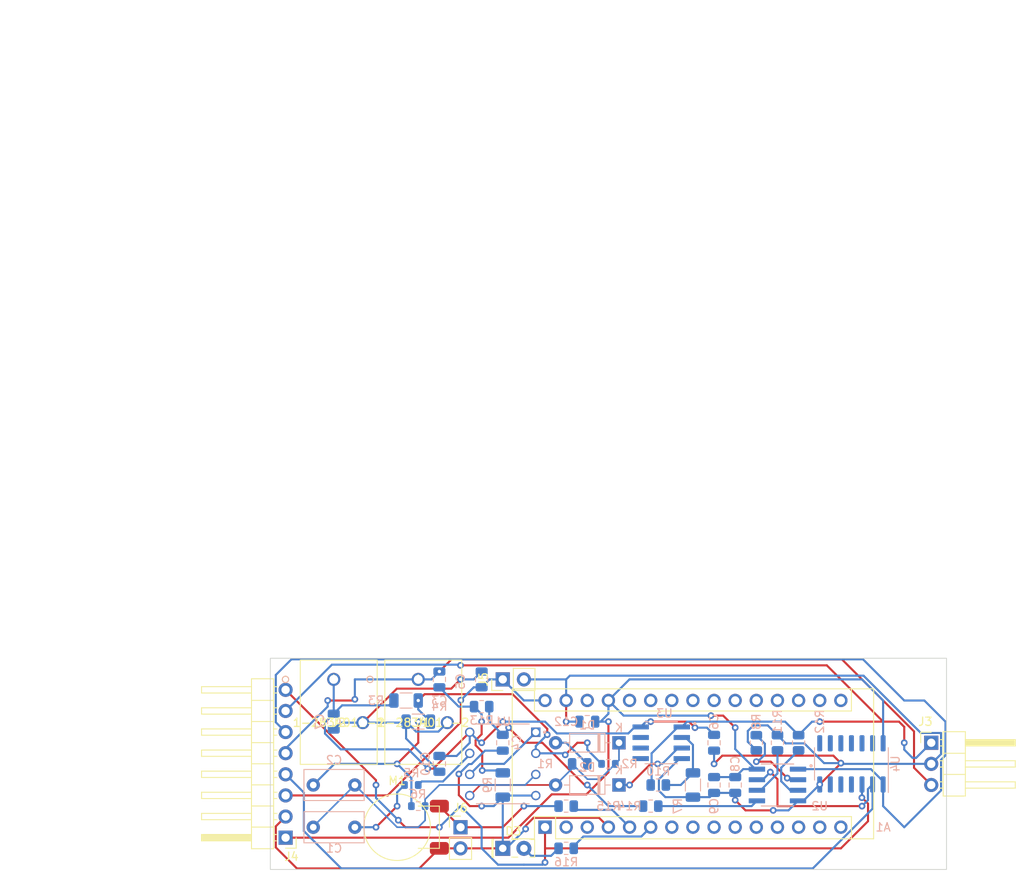
<source format=kicad_pcb>
(kicad_pcb (version 20211014) (generator pcbnew)
  (layers (0 "F.Cu" signal) (31 "B.Cu" signal) (34 "B.Paste" user) (35 "F.Paste" user) (36 "B.SilkS" user "B.Silkscreen") (37 "F.SilkS" user "F.Silkscreen") (38 "B.Mask" user) (39 "F.Mask" user) (44 "Edge.Cuts" user))
  (net 0 "")
  (net 1 "/PhaseShiftSquareWave")
  (net 4 "GND")
  (net 5 "Net-(A1-Pad5)")
  (net 6 "Net-(A1-Pad6)")
  (net 27 "+5V")
  (net 29 "+9V")
  (net 30 "Net-(C1-Pad1)")
  (net 31 "/OP1IN+2")
  (net 32 "GNDREF")
  (net 33 "/RXSinWave")
  (net 34 "Net-(C3-Pad2)")
  (net 35 "Net-(C4-Pad2)")
  (net 36 "+12V")
  (net 37 "/OP1IN-2")
  (net 38 "/Sin1.4Vpp")
  (net 39 "Net-(D3-Pad2)")
  (net 40 "/Sin12.0Vpp")
  (net 41 "/rxSignalSquare")
  (net 42 "/ReferenceSignalSquare")
  (net 43 "/NegSigGenAmp")
  (net 44 "Net-(R8-Pad1)")
  (net 45 "Net-(R11-Pad1)")
  (net 46 "Net-(R12-Pad1)")
  (net 47 "Net-(R14-Pad1)")
  (net 48 "Net-(M1-Pad1)")
  (net 49 "/OP1FB1")
  (footprint "TestPoint:connect_detect" (layer "F.Cu") (at 99.06 104.14)
    (fp_text reference "J1")
    (fp_text value "1-2834011-2")
  )
  (footprint "Connector_PinHeader_2.54mm:PinHeader_1x08_P2.54mm_Horizontal" (layer "F.Cu") (at 83.115 123.175 180)
    (fp_text reference "J4")
    (fp_text value "Conn_01x08_Male")
  )
  (footprint "Connector_PinHeader_2.54mm:PinHeader_1x02_P2.54mm_Vertical" (layer "F.Cu") (at 104.14 121.92)
    (fp_text reference "J6")
    (fp_text value "Screw_Terminal_01x02")
  )
  (footprint "LED_THT:LED_Rectangular_W5.0mm_H2.0mm" (layer "F.Cu") (at 109.22 124.46)
    (fp_text reference "D3")
    (fp_text value "LED")
  )
  (footprint "Connector_PinHeader_2.54mm:PinHeader_1x03_P2.54mm_Horizontal" (layer "F.Cu") (at 160.725 111.76)
    (fp_text reference "J3")
    (fp_text value "Conn_01x03_Male")
  )
  (footprint "Module:Arduino_Nano" (layer "F.Cu") (at 114.3 121.91 90)
    (fp_text reference "A1")
    (fp_text value "Arduino_Nano_v3.x")
  )
  (footprint "TestPoint:vclp_vibrator" (layer "F.Cu") (at 96.52 116.84)
    (fp_text reference "M1")
    (fp_text value "Motor_DC")
  )
  (footprint "Connector_PinHeader_2.54mm:PinHeader_1x02_P2.54mm_Vertical" (layer "F.Cu") (at 109.22 104.14 90)
    (fp_text reference "J5")
    (fp_text value "Screw_Terminal_01x02")
  )
  (footprint "TestPoint:connect_detect" (layer "F.Cu") (at 88.9 104.14)
    (fp_text reference "J2")
    (fp_text value "1-2834011-2")
  )
  (footprint "Capacitor_SMD:C_0805_2012Metric" (layer "B.Cu") (at 119.38 109.22 180)
    (fp_text reference "C12")
    (fp_text value "100n")
  )
  (footprint "Resistor_SMD:R_0603_1608Metric" (layer "B.Cu") (at 121.92 114.3 180)
    (fp_text reference "R2")
    (fp_text value "4.6k")
  )
  (footprint "Capacitor_THT:C_Rect_L7.0mm_W3.5mm_P5.00mm" (layer "B.Cu") (at 91.44 116.84 180)
    (fp_text reference "C2")
    (fp_text value "33.3u")
  )
  (footprint "Diode_THT:D_DO-35_SOD27_P7.62mm_Horizontal" (layer "B.Cu") (at 123.19 111.76 180)
    (fp_text reference "D1")
    (fp_text value "D")
  )
  (footprint "Resistor_SMD:R_1206_3216Metric" (layer "B.Cu") (at 99.06 109.22 180)
    (fp_text reference "R4")
    (fp_text value "50k")
  )
  (footprint "Capacitor_SMD:C_0805_2012Metric" (layer "B.Cu") (at 106.68 104.14 90)
    (fp_text reference "C5")
    (fp_text value "100n")
  )
  (footprint "Capacitor_SMD:C_0805_2012Metric" (layer "B.Cu") (at 137.16 116.84 90)
    (fp_text reference "C8")
    (fp_text value "100n")
  )
  (footprint "Capacitor_SMD:C_0805_2012Metric" (layer "B.Cu") (at 101.6 114.3 -90)
    (fp_text reference "C10")
    (fp_text value "100n")
  )
  (footprint "Resistor_SMD:R_0805_2012Metric" (layer "B.Cu") (at 139.7 111.76 -90)
    (fp_text reference "R8")
    (fp_text value "10k")
  )
  (footprint "Capacitor_SMD:C_0805_2012Metric" (layer "B.Cu") (at 88.9 109.22 -90)
    (fp_text reference "C7")
    (fp_text value "100n")
  )
  (footprint "Resistor_SMD:R_1206_3216Metric" (layer "B.Cu") (at 132.08 116.84 -90)
    (fp_text reference "R7")
    (fp_text value "1k")
  )
  (footprint "Resistor_SMD:R_0805_2012Metric" (layer "B.Cu") (at 144.78 111.76 90)
    (fp_text reference "R12")
    (fp_text value "10k")
  )
  (footprint "Package_SO:SOIC-14_3.9x8.7mm_P1.27mm" (layer "B.Cu") (at 151.13 114.3 90)
    (fp_text reference "U4")
    (fp_text value "74LS86")
  )
  (footprint "Resistor_SMD:R_0805_2012Metric" (layer "B.Cu") (at 127 119.38 180)
    (fp_text reference "R14")
    (fp_text value "10k")
  )
  (footprint "Capacitor_THT:C_Rect_L7.0mm_W3.5mm_P5.00mm" (layer "B.Cu") (at 91.44 121.92 180)
    (fp_text reference "C1")
    (fp_text value "33.3u")
  )
  (footprint "Resistor_SMD:R_0805_2012Metric" (layer "B.Cu") (at 127.9125 116.84 180)
    (fp_text reference "R10")
    (fp_text value "7.32k")
  )
  (footprint "Resistor_SMD:R_1206_3216Metric" (layer "B.Cu") (at 97.5975 106.68)
    (fp_text reference "R3")
    (fp_text value "50k")
  )
  (footprint "TestPoint:SOIC127P599X175-8N" (layer "B.Cu") (at 128.27 111.76 180)
    (fp_text reference "U3")
    (fp_text value "LMC6032IMX/NOPB")
  )
  (footprint "Capacitor_SMD:C_0805_2012Metric" (layer "B.Cu") (at 134.62 116.84 -90)
    (fp_text reference "C9")
    (fp_text value "100n")
  )
  (footprint "Resistor_SMD:R_0805_2012Metric" (layer "B.Cu") (at 118.4675 114.3 180)
    (fp_text reference "R1")
    (fp_text value "9.8k")
  )
  (footprint "Resistor_SMD:R_0805_2012Metric" (layer "B.Cu") (at 142.24 111.76 90)
    (fp_text reference "R11")
    (fp_text value "10k")
  )
  (footprint "Resistor_SMD:R_1206_3216Metric" (layer "B.Cu") (at 109.22 116.84 -90)
    (fp_text reference "R9")
    (fp_text value "165")
  )
  (footprint "Capacitor_SMD:C_0805_2012Metric" (layer "B.Cu") (at 101.6 104.14 -90)
    (fp_text reference "C3")
    (fp_text value "100n")
  )
  (footprint "Resistor_SMD:R_0805_2012Metric" (layer "B.Cu") (at 116.84 124.46)
    (fp_text reference "R16")
    (fp_text value "50")
  )
  (footprint "Resistor_SMD:R_0603_1608Metric" (layer "B.Cu") (at 99.06 119.38 180)
    (fp_text reference "R6")
    (fp_text value "510")
  )
  (footprint "Capacitor_SMD:C_0805_2012Metric" (layer "B.Cu") (at 134.62 111.76 -90)
    (fp_text reference "C6")
    (fp_text value "100n")
  )
  (footprint "TestPoint:DIP794-detect" (layer "B.Cu") (at 109.22 114.3 180)
    (fp_text reference "U1")
    (fp_text value "LM1458N")
  )
  (footprint "TestPoint:SOIC127P599X175-8N" (layer "B.Cu") (at 142.24 116.84 180)
    (fp_text reference "U2")
    (fp_text value "LMC6032IMX/NOPB")
  )
  (footprint "Resistor_SMD:R_0805_2012Metric" (layer "B.Cu") (at 106.68 107.415)
    (fp_text reference "R13")
    (fp_text value "14.5k")
  )
  (footprint "Capacitor_SMD:C_0805_2012Metric" (layer "B.Cu") (at 109.22 111.76 90)
    (fp_text reference "C4")
    (fp_text value "1n")
  )
  (footprint "Diode_THT:D_DO-35_SOD27_P7.62mm_Horizontal" (layer "B.Cu") (at 123.19 116.84 180)
    (fp_text reference "D2")
    (fp_text value "D")
  )
  (footprint "Resistor_SMD:R_0805_2012Metric" (layer "B.Cu") (at 116.84 119.38 180)
    (fp_text reference "R15")
    (fp_text value "62")
  )
  (footprint "Resistor_SMD:R_0603_1608Metric" (layer "B.Cu") (at 98.235 116.84 180)
    (fp_text reference "R5")
    (fp_text value "510")
  )
  (gr_rect (start 162.56 127) (end 81.28 101.6) (layer "Edge.Cuts") (width 0.1) (fill none))
  (segment (start 83.115 105.395) (end 93.98 116.26) (width 0.25) (layer "F.Cu") (net 1))
  (segment (start 114.3 124.46) (end 114.3 121.91) (width 0.25) (layer "F.Cu") (net 1))
  (segment (start 93.98 116.26) (end 93.98 116.84) (width 0.25) (layer "F.Cu") (net 1))
  (segment (start 149.86 124.46) (end 114.3 124.46) (width 0.25) (layer "F.Cu") (net 1))
  (segment (start 153.124511 121.195489) (end 149.86 124.46) (width 0.25) (layer "F.Cu") (net 1))
  (segment (start 153.124511 119.079897) (end 153.124511 121.195489) (width 0.25) (layer "F.Cu") (net 1))
  (segment (start 97.509244 121.92) (end 101.6 121.92) (width 0.25) (layer "F.Cu") (net 1))
  (segment (start 152.387452 118.367949) (end 152.412563 118.367949) (width 0.25) (layer "F.Cu") (net 1))
  (segment (start 152.412563 118.367949) (end 153.124511 119.079897) (width 0.25) (layer "F.Cu") (net 1))
  (segment (start 114.3 126.15048) (end 114.3 124.46) (width 0.25) (layer "F.Cu") (net 1))
  (segment (start 96.664872 121.075628) (end 97.509244 121.92) (width 0.25) (layer "F.Cu") (net 1))
  (via (at 114.3 126.15048) (size 0.8) (drill 0.4) (layers "F.Cu" "B.Cu") (net 1))
  (via (at 93.98 116.84) (size 0.8) (drill 0.4) (layers "F.Cu" "B.Cu") (net 1))
  (via (at 152.387452 118.367949) (size 0.8) (drill 0.4) (layers "F.Cu" "B.Cu") (net 1))
  (via (at 96.664872 121.075628) (size 0.8) (drill 0.4) (layers "F.Cu" "B.Cu") (net 1))
  (via (at 101.6 121.92) (size 0.8) (drill 0.4) (layers "F.Cu" "B.Cu") (net 1))
  (segment (start 93.98 118.390756) (end 96.664872 121.075628) (width 0.25) (layer "B.Cu") (net 1))
  (segment (start 152.4 118.355401) (end 152.387452 118.367949) (width 0.25) (layer "B.Cu") (net 1))
  (segment (start 106.68 124.46) (end 108.64546 126.42546) (width 0.25) (layer "B.Cu") (net 1))
  (segment (start 108.64546 126.42546) (end 111.76 126.42546) (width 0.25) (layer "B.Cu") (net 1))
  (segment (start 93.98 116.84) (end 93.98 118.390756) (width 0.25) (layer "B.Cu") (net 1))
  (segment (start 104.14 119.38) (end 106.68 121.92) (width 0.25) (layer "B.Cu") (net 1))
  (segment (start 106.68 121.92) (end 106.68 124.46) (width 0.25) (layer "B.Cu") (net 1))
  (segment (start 152.4 116.775) (end 152.4 118.355401) (width 0.25) (layer "B.Cu") (net 1))
  (segment (start 111.76 126.42546) (end 114.02502 126.42546) (width 0.25) (layer "B.Cu") (net 1))
  (segment (start 101.6 121.92) (end 104.14 119.38) (width 0.25) (layer "B.Cu") (net 1))
  (segment (start 114.02502 126.42546) (end 114.3 126.15048) (width 0.25) (layer "B.Cu") (net 1))
  (segment (start 112.918951 120.785489) (end 111.96666 121.73778) (width 0.25) (layer "F.Cu") (net 4))
  (segment (start 134.62 114.3) (end 135.609011 113.310989) (width 0.25) (layer "F.Cu") (net 4))
  (segment (start 121.92 121.91) (end 120.795489 120.785489) (width 0.25) (layer "F.Cu") (net 4))
  (segment (start 138.3968 119.8923) (end 141.727701 119.8923) (width 0.25) (layer "F.Cu") (net 4))
  (segment (start 105.26204 119.38) (end 106.68 119.38) (width 0.25) (layer "F.Cu") (net 4))
  (segment (start 116.84 109.22) (end 116.84 106.67) (width 0.25) (layer "F.Cu") (net 4))
  (segment (start 103.941977 115.522621) (end 103.941977 118.059937) (width 0.25) (layer "F.Cu") (net 4))
  (segment (start 96.488091 105.251911) (end 92.400002 109.34) (width 0.25) (layer "F.Cu") (net 4))
  (segment (start 81.940489 121.809511) (end 81.940489 124.349511) (width 0.25) (layer "F.Cu") (net 4))
  (segment (start 120.795489 120.785489) (end 112.918951 120.785489) (width 0.25) (layer "F.Cu") (net 4))
  (segment (start 103.941977 118.059937) (end 105.26204 119.38) (width 0.25) (layer "F.Cu") (net 4))
  (segment (start 148.960489 113.310989) (end 149.86 114.2105) (width 0.25) (layer "F.Cu") (net 4))
  (segment (start 149.86 114.2105) (end 149.86 114.235) (width 0.25) (layer "F.Cu") (net 4))
  (segment (start 104.14 124.46) (end 109.22 124.46) (width 0.25) (layer "F.Cu") (net 4))
  (segment (start 149.86 114.235) (end 147.32 116.775) (width 0.25) (layer "F.Cu") (net 4))
  (segment (start 135.609011 113.310989) (end 148.960489 113.310989) (width 0.25) (layer "F.Cu") (net 4))
  (segment (start 83.115 120.635) (end 81.940489 121.809511) (width 0.25) (layer "F.Cu") (net 4))
  (segment (start 81.940489 124.349511) (end 84.465958 126.87498) (width 0.25) (layer "F.Cu") (net 4))
  (segment (start 99.18502 126.87498) (end 101.6 124.46) (width 0.25) (layer "F.Cu") (net 4))
  (segment (start 137.16 118.6555) (end 138.3968 119.8923) (width 0.25) (layer "F.Cu") (net 4))
  (segment (start 84.465958 126.87498) (end 99.18502 126.87498) (width 0.25) (layer "F.Cu") (net 4))
  (segment (start 101.6 124.46) (end 104.14 124.46) (width 0.25) (layer "F.Cu") (net 4))
  (segment (start 104.14 104.14) (end 103.028089 105.251911) (width 0.25) (layer "F.Cu") (net 4))
  (segment (start 111.96666 122.12666) (end 111.96666 121.73778) (width 0.25) (layer "F.Cu") (net 4))
  (segment (start 103.028089 105.251911) (end 96.488091 105.251911) (width 0.25) (layer "F.Cu") (net 4))
  (via (at 147.32 116.775) (size 0.8) (drill 0.4) (layers "F.Cu" "B.Cu") (net 4))
  (via (at 103.941977 115.522621) (size 0.8) (drill 0.4) (layers "F.Cu" "B.Cu") (net 4))
  (via (at 149.86 114.2105) (size 0.8) (drill 0.4) (layers "F.Cu" "B.Cu") (net 4))
  (via (at 137.16 118.6555) (size 0.8) (drill 0.4) (layers "F.Cu" "B.Cu") (net 4))
  (via (at 106.68 119.38) (size 0.8) (drill 0.4) (layers "F.Cu" "B.Cu") (net 4))
  (via (at 134.62 114.3) (size 0.8) (drill 0.4) (layers "F.Cu" "B.Cu") (net 4))
  (via (at 104.14 104.14) (size 0.8) (drill 0.4) (layers "F.Cu" "B.Cu") (net 4))
  (via (at 111.96666 122.12666) (size 0.8) (drill 0.4) (layers "F.Cu" "B.Cu") (net 4))
  (via (at 141.727701 119.8923) (size 0.8) (drill 0.4) (layers "F.Cu" "B.Cu") (net 4))
  (via (at 116.84 109.22) (size 0.8) (drill 0.4) (layers "F.Cu" "B.Cu") (net 4))
  (segment (start 97.5975 111.2475) (end 101.6 115.25) (width 0.25) (layer "B.Cu") (net 4))
  (segment (start 141.06202 109.66952) (end 142.24 110.8475) (width 0.25) (layer "B.Cu") (net 4))
  (segment (start 117.28952 103.69048) (end 116.84 104.14) (width 0.25) (layer "B.Cu") (net 4))
  (segment (start 141.727701 119.8923) (end 143.5627 119.8923) (width 0.25) (layer "B.Cu") (net 4))
  (segment (start 105.473863 114.321538) (end 105.14306 114.321538) (width 0.25) (layer "B.Cu") (net 4))
  (segment (start 97.4775 109.34) (end 97.5975 109.22) (width 0.25) (layer "B.Cu") (net 4))
  (segment (start 134.62 117.79) (end 134.1075 118.3025) (width 0.25) (layer "B.Cu") (net 4))
  (segment (start 127.98798 116.152027) (end 127.98798 117.527973) (width 0.25) (layer "B.Cu") (net 4))
  (segment (start 108.1425 119.38) (end 109.22 118.3025) (width 0.25) (layer "B.Cu") (net 4))
  (segment (start 92.400002 109.34) (end 97.4775 109.34) (width 0.25) (layer "B.Cu") (net 4))
  (segment (start 109.4125 118.11) (end 109.22 118.3025) (width 0.25) (layer "B.Cu") (net 4))
  (segment (start 105.14306 114.321538) (end 103.941977 115.522621) (width 0.25) (layer "B.Cu") (net 4))
  (segment (start 106.68 119.38) (end 108.1425 119.38) (width 0.25) (layer "B.Cu") (net 4))
  (segment (start 134.1075 118.3025) (end 132.08 118.3025) (width 0.25) (layer "B.Cu") (net 4))
  (segment (start 130.74 113.665) (end 130.475007 113.665) (width 0.25) (layer "B.Cu") (net 4))
  (segment (start 106.904511 102.965489) (end 106.68 103.19) (width 0.25) (layer "B.Cu") (net 4))
  (segment (start 109.63332 124.46) (end 109.22 124.46) (width 0.25) (layer "B.Cu") (net 4))
  (segment (start 101.480482 110.41952) (end 102.560002 109.34) (width 0.25) (layer "B.Cu") (net 4))
  (segment (start 130.475007 113.665) (end 127.98798 116.152027) (width 0.25) (layer "B.Cu") (net 4))
  (segment (start 113.19 118.11) (end 109.4125 118.11) (width 0.25) (layer "B.Cu") (net 4))
  (segment (start 152.586197 103.69048) (end 159.481206 110.585489) (width 0.25) (layer "B.Cu") (net 4))
  (segment (start 138.67548 111.64798) (end 138.67548 110.347027) (width 0.25) (layer "B.Cu") (net 4))
  (segment (start 147.842993 114.2105) (end 149.86 114.2105) (width 0.25) (layer "B.Cu") (net 4))
  (segment (start 142.24 110.8475) (end 143.22798 111.83548) (width 0.25) (layer "B.Cu") (net 4))
  (segment (start 149.9495 114.3) (end 160.725 114.3) (width 0.25) (layer "B.Cu") (net 4))
  (segment (start 147.32 116.775) (end 145.35 118.745) (width 0.25) (layer "B.Cu") (net 4))
  (segment (start 139.7 112.6725) (end 138.67548 111.64798) (width 0.25) (layer "B.Cu") (net 4))
  (segment (start 92.400002 109.34) (end 89.73 109.34) (width 0.25) (layer "B.Cu") (net 4))
  (segment (start 97.5975 109.22) (end 97.5975 111.2475) (width 0.25) (layer "B.Cu") (net 4))
  (segment (start 143.22798 111.83548) (end 145.467973 111.83548) (width 0.25) (layer "B.Cu") (net 4))
  (segment (start 98.79702 110.41952) (end 101.480482 110.41952) (width 0.25) (layer "B.Cu") (net 4))
  (segment (start 109.22 124.46) (end 109.22 118.3025) (width 0.25) (layer "B.Cu") (net 4))
  (segment (start 127.98798 117.527973) (end 128.762507 118.3025) (width 0.25) (layer "B.Cu") (net 4))
  (segment (start 134.62 112.71) (end 134.62 114.3) (width 0.25) (layer "B.Cu") (net 4))
  (segment (start 152.586197 103.69048) (end 117.28952 103.69048) (width 0.25) (layer "B.Cu") (net 4))
  (segment (start 145.467973 111.83548) (end 147.842993 114.2105) (width 0.25) (layer "B.Cu") (net 4))
  (segment (start 111.96666 122.12666) (end 109.63332 124.46) (width 0.25) (layer "B.Cu") (net 4))
  (segment (start 138.67548 110.347027) (end 139.352987 109.66952) (width 0.25) (layer "B.Cu") (net 4))
  (segment (start 128.762507 118.3025) (end 132.08 118.3025) (width 0.25) (layer "B.Cu") (net 4))
  (segment (start 143.5627 119.8923) (end 144.71 118.745) (width 0.25) (layer "B.Cu") (net 4))
  (segment (start 97.5975 109.22) (end 98.79702 110.41952) (width 0.25) (layer "B.Cu") (net 4))
  (segment (start 161.899511 113.125489) (end 160.725 114.3) (width 0.25) (layer "B.Cu") (net 4))
  (segment (start 139.352987 109.66952) (end 141.06202 109.66952) (width 0.25) (layer "B.Cu") (net 4))
  (segment (start 106.68 103.19) (end 105.73 104.14) (width 0.25) (layer "B.Cu") (net 4))
  (segment (start 145.35 118.745) (end 144.71 118.745) (width 0.25) (layer "B.Cu") (net 4))
  (segment (start 107.085401 112.71) (end 105.473863 114.321538) (width 0.25) (layer "B.Cu") (net 4))
  (segment (start 116.84 104.14) (end 111.76 104.14) (width 0.25) (layer "B.Cu") (net 4))
  (segment (start 161.899511 110.585489) (end 161.899511 113.125489) (width 0.25) (layer "B.Cu") (net 4))
  (segment (start 159.481206 110.585489) (end 161.899511 110.585489) (width 0.25) (layer "B.Cu") (net 4))
  (segment (start 105.73 104.14) (end 104.14 104.14) (width 0.25) (layer "B.Cu") (net 4))
  (segment (start 118.43 109.22) (end 116.84 109.22) (width 0.25) (layer "B.Cu") (net 4))
  (segment (start 137.16 117.79) (end 134.62 117.79) (width 0.25) (layer "B.Cu") (net 4))
  (segment (start 149.86 114.2105) (end 149.9495 114.3) (width 0.25) (layer "B.Cu") (net 4))
  (segment (start 89.73 109.34) (end 88.9 110.17) (width 0.25) (layer "B.Cu") (net 4))
  (segment (start 109.22 112.71) (end 107.085401 112.71) (width 0.25) (layer "B.Cu") (net 4))
  (segment (start 116.84 106.67) (end 116.84 104.14) (width 0.25) (layer "B.Cu") (net 4))
  (segment (start 137.16 117.79) (end 137.16 118.6555) (width 0.25) (layer "B.Cu") (net 4))
  (segment (start 117.7525 119.38) (end 118.20202 119.82952) (width 0.25) (layer "B.Cu") (net 5))
  (segment (start 118.20202 119.82952) (end 122.37952 119.82952) (width 0.25) (layer "B.Cu") (net 5))
  (segment (start 122.37952 119.82952) (end 124.46 121.91) (width 0.25) (layer "B.Cu") (net 5))
  (segment (start 118.914211 123.034511) (end 125.875489 123.034511) (width 0.25) (layer "B.Cu") (net 6))
  (segment (start 117.7525 124.196222) (end 118.914211 123.034511) (width 0.25) (layer "B.Cu") (net 6))
  (segment (start 117.7525 124.46) (end 117.7525 124.196222) (width 0.25) (layer "B.Cu") (net 6))
  (segment (start 125.875489 123.034511) (end 127 121.91) (width 0.25) (layer "B.Cu") (net 6))
  (segment (start 83.115 123.175) (end 109.893722 123.175) (width 0.25) (layer "F.Cu") (net 27))
  (segment (start 121.92 115.324614) (end 121.92 109.22) (width 0.25) (layer "F.Cu") (net 27))
  (segment (start 109.893722 123.175) (end 115.104211 117.964511) (width 0.25) (layer "F.Cu") (net 27))
  (segment (start 115.104211 117.964511) (end 119.280103 117.964511) (width 0.25) (layer "F.Cu") (net 27))
  (segment (start 135.711 108.4955) (end 134.235342 108.4955) (width 0.25) (layer "F.Cu") (net 27))
  (segment (start 137.16 109.9445) (end 135.711 108.4955) (width 0.25) (layer "F.Cu") (net 27))
  (segment (start 119.280103 117.964511) (end 121.92 115.324614) (width 0.25) (layer "F.Cu") (net 27))
  (via (at 137.16 109.9445) (size 0.8) (drill 0.4) (layers "F.Cu" "B.Cu") (net 27))
  (via (at 121.92 109.22) (size 0.8) (drill 0.4) (layers "F.Cu" "B.Cu") (net 27))
  (via (at 134.235342 108.4955) (size 0.8) (drill 0.4) (layers "F.Cu" "B.Cu") (net 27))
  (segment (start 154.94 111.825) (end 154.94 106.68) (width 0.25) (layer "B.Cu") (net 27))
  (segment (start 152.4 104.14) (end 124.45 104.14) (width 0.25) (layer "B.Cu") (net 27))
  (segment (start 139.77 114.935) (end 139.574886 114.935) (width 0.25) (layer "B.Cu") (net 27))
  (segment (start 139.77 114.935) (end 138.115 114.935) (width 0.25) (layer "B.Cu") (net 27))
  (segment (start 121.92 108.27) (end 120.97 109.22) (width 0.25) (layer "B.Cu") (net 27))
  (segment (start 134.62 115.89) (end 137.16 115.89) (width 0.25) (layer "B.Cu") (net 27))
  (segment (start 138.115 114.935) (end 137.16 115.89) (width 0.25) (layer "B.Cu") (net 27))
  (segment (start 139.574886 114.935) (end 137.16 112.520114) (width 0.25) (layer "B.Cu") (net 27))
  (segment (start 124.45 104.14) (end 121.92 106.67) (width 0.25) (layer "B.Cu") (net 27))
  (segment (start 123.7455 108.4955) (end 121.92 106.67) (width 0.25) (layer "B.Cu") (net 27))
  (segment (start 154.94 106.68) (end 152.4 104.14) (width 0.25) (layer "B.Cu") (net 27))
  (segment (start 120.97 109.22) (end 120.33 109.22) (width 0.25) (layer "B.Cu") (net 27))
  (segment (start 121.92 106.67) (end 121.92 108.27) (width 0.25) (layer "B.Cu") (net 27))
  (segment (start 134.235342 108.4955) (end 123.7455 108.4955) (width 0.25) (layer "B.Cu") (net 27))
  (segment (start 137.16 112.520114) (end 137.16 109.9445) (width 0.25) (layer "B.Cu") (net 27))
  (segment (start 121.92 109.22) (end 120.33 109.22) (width 0.25) (layer "B.Cu") (net 27))
  (segment (start 104.177299 109.295184) (end 104.177299 106.642701) (width 0.25) (layer "F.Cu") (net 29))
  (segment (start 95.377483 118.095) (end 104.177299 109.295184) (width 0.25) (layer "F.Cu") (net 29))
  (segment (start 83.115 118.095) (end 95.377483 118.095) (width 0.25) (layer "F.Cu") (net 29))
  (via (at 104.177299 106.642701) (size 0.8) (drill 0.4) (layers "F.Cu" "B.Cu") (net 29))
  (segment (start 107.63 104.14) (end 109.22 104.14) (width 0.25) (layer "B.Cu") (net 29))
  (segment (start 114.3 106.67) (end 111.75 106.67) (width 0.25) (layer "B.Cu") (net 29))
  (segment (start 106.68 105.09) (end 107.63 104.14) (width 0.25) (layer "B.Cu") (net 29))
  (segment (start 111.75 106.67) (end 109.22 104.14) (width 0.25) (layer "B.Cu") (net 29))
  (segment (start 104.177299 106.642701) (end 105.73 105.09) (width 0.25) (layer "B.Cu") (net 29))
  (segment (start 105.73 105.09) (end 106.68 105.09) (width 0.25) (layer "B.Cu") (net 29))
  (segment (start 93.98 121.92) (end 96.52 119.38) (width 0.25) (layer "F.Cu") (net 30))
  (via (at 96.52 119.38) (size 0.8) (drill 0.4) (layers "F.Cu" "B.Cu") (net 30))
  (via (at 93.98 121.92) (size 0.8) (drill 0.4) (layers "F.Cu" "B.Cu") (net 30))
  (segment (start 96.52 119.38) (end 96.52 117.73) (width 0.25) (layer "B.Cu") (net 30))
  (segment (start 96.52 117.73) (end 97.41 116.84) (width 0.25) (layer "B.Cu") (net 30))
  (segment (start 91.44 121.92) (end 93.98 121.92) (width 0.25) (layer "B.Cu") (net 30))
  (segment (start 101.6 116.84) (end 111.92 116.84) (width 0.2) (layer "B.Cu") (net 31))
  (segment (start 111.92 116.84) (end 113.19 115.57) (width 0.2) (layer "B.Cu") (net 31))
  (segment (start 96.52 121.92) (end 99.06 121.92) (width 0.2) (layer "B.Cu") (net 31))
  (segment (start 99.885 118.555) (end 101.6 116.84) (width 0.2) (layer "B.Cu") (net 31))
  (segment (start 99.06 121.92) (end 99.885 121.095) (width 0.2) (layer "B.Cu") (net 31))
  (segment (start 91.44 116.84) (end 86.44 121.84) (width 0.2) (layer "B.Cu") (net 31))
  (segment (start 99.885 119.38) (end 99.885 118.555) (width 0.2) (layer "B.Cu") (net 31))
  (segment (start 86.44 121.84) (end 86.44 121.92) (width 0.2) (layer "B.Cu") (net 31))
  (segment (start 99.885 121.095) (end 99.885 119.38) (width 0.2) (layer "B.Cu") (net 31))
  (segment (start 91.44 116.84) (end 96.52 121.92) (width 0.2) (layer "B.Cu") (net 31))
  (segment (start 96.52 114.3) (end 99.06 111.76) (width 0.25) (layer "F.Cu") (net 32))
  (segment (start 116.731024 113.212508) (end 118.183532 111.76) (width 0.25) (layer "F.Cu") (net 32))
  (segment (start 118.183532 111.76) (end 119.38 111.76) (width 0.25) (layer "F.Cu") (net 32))
  (segment (start 110.397212 105.91819) (end 99.82181 105.91819) (width 0.25) (layer "F.Cu") (net 32))
  (segment (start 99.06 111.76) (end 99.06 109.22) (width 0.25) (layer "F.Cu") (net 32))
  (segment (start 99.82181 105.91819) (end 99.06 106.68) (width 0.25) (layer "F.Cu") (net 32))
  (segment (start 114.565481 110.086459) (end 110.397212 105.91819) (width 0.25) (layer "F.Cu") (net 32))
  (segment (start 114.565481 110.785551) (end 114.565481 110.086459) (width 0.25) (layer "F.Cu") (net 32))
  (via (at 114.565481 110.785551) (size 0.8) (drill 0.4) (layers "F.Cu" "B.Cu") (net 32))
  (via (at 119.38 111.76) (size 0.8) (drill 0.4) (layers "F.Cu" "B.Cu") (net 32))
  (via (at 99.06 109.22) (size 0.8) (drill 0.4) (layers "F.Cu" "B.Cu") (net 32))
  (via (at 96.52 114.3) (size 0.8) (drill 0.4) (layers "F.Cu" "B.Cu") (net 32))
  (via (at 116.731024 113.212508) (size 0.8) (drill 0.4) (layers "F.Cu" "B.Cu") (net 32))
  (via (at 99.06 106.68) (size 0.8) (drill 0.4) (layers "F.Cu" "B.Cu") (net 32))
  (segment (start 98.235 116.015) (end 96.52 114.3) (width 0.25) (layer "B.Cu") (net 32))
  (segment (start 98.235 119.38) (end 98.235 116.015) (width 0.25) (layer "B.Cu") (net 32))
  (segment (start 88.98 114.3) (end 96.52 114.3) (width 0.25) (layer "B.Cu") (net 32))
  (segment (start 99.06 109.22) (end 100.5225 109.22) (width 0.25) (layer "B.Cu") (net 32))
  (segment (start 99.06 106.68) (end 99.06 107.7575) (width 0.25) (layer "B.Cu") (net 32))
  (segment (start 113.19 113.03) (end 116.548516 113.03) (width 0.25) (layer "B.Cu") (net 32))
  (segment (start 119.38 112.585) (end 121.095 114.3) (width 0.25) (layer "B.Cu") (net 32))
  (segment (start 113.19 112.161032) (end 114.565481 110.785551) (width 0.25) (layer "B.Cu") (net 32))
  (segment (start 113.19 113.03) (end 113.19 112.161032) (width 0.25) (layer "B.Cu") (net 32))
  (segment (start 99.06 107.7575) (end 100.5225 109.22) (width 0.25) (layer "B.Cu") (net 32))
  (segment (start 116.548516 113.03) (end 116.731024 113.212508) (width 0.25) (layer "B.Cu") (net 32))
  (segment (start 119.38 111.76) (end 119.38 112.585) (width 0.25) (layer "B.Cu") (net 32))
  (segment (start 86.44 116.84) (end 88.98 114.3) (width 0.25) (layer "B.Cu") (net 32))
  (segment (start 158.654511 114.769511) (end 160.725 116.84) (width 0.25) (layer "F.Cu") (net 33))
  (segment (start 103.06498 101.72502) (end 101.6 103.19) (width 0.25) (layer "F.Cu") (net 33))
  (segment (start 158.654511 110.394511) (end 149.98502 101.72502) (width 0.25) (layer "F.Cu") (net 33))
  (segment (start 158.654511 110.394511) (end 158.654511 114.769511) (width 0.25) (layer "F.Cu") (net 33))
  (segment (start 149.98502 101.72502) (end 103.06498 101.72502) (width 0.25) (layer "F.Cu") (net 33))
  (segment (start 88.1755 106.68) (end 91.296572 106.68) (width 0.25) (layer "F.Cu") (net 33))
  (segment (start 91.296572 106.68) (end 91.44 106.536572) (width 0.25) (layer "F.Cu") (net 33))
  (via (at 91.44 106.536572) (size 0.8) (drill 0.4) (layers "F.Cu" "B.Cu") (net 33))
  (via (at 88.1755 106.68) (size 0.8) (drill 0.4) (layers "F.Cu" "B.Cu") (net 33))
  (via (at 101.6 103.19) (size 0.8) (drill 0.4) (layers "F.Cu" "B.Cu") (net 33))
  (segment (start 83.115 112.465) (end 88.1755 107.4045) (width 0.25) (layer "B.Cu") (net 33))
  (segment (start 91.44 104.14) (end 99.059999 104.14) (width 0.25) (layer "B.Cu") (net 33))
  (segment (start 91.44 106.536572) (end 91.44 104.14) (width 0.25) (layer "B.Cu") (net 33))
  (segment (start 101.6 103.19) (end 100.65 104.14) (width 0.25) (layer "B.Cu") (net 33))
  (segment (start 83.115 112.465) (end 83.115 113.015) (width 0.25) (layer "B.Cu") (net 33))
  (segment (start 88.1755 107.4045) (end 88.1755 106.68) (width 0.25) (layer "B.Cu") (net 33))
  (segment (start 100.65 104.14) (end 99.059999 104.14) (width 0.25) (layer "B.Cu") (net 33))
  (segment (start 106.68 110.735386) (end 106.68 109.22) (width 0.25) (layer "F.Cu") (net 34))
  (segment (start 105.955489 112.060103) (end 105.955489 111.459897) (width 0.25) (layer "F.Cu") (net 34))
  (segment (start 106.75005 115.09455) (end 106.75005 112.854664) (width 0.25) (layer "F.Cu") (net 34))
  (segment (start 105.955489 111.459897) (end 106.68 110.735386) (width 0.25) (layer "F.Cu") (net 34))
  (segment (start 106.75005 112.854664) (end 105.955489 112.060103) (width 0.25) (layer "F.Cu") (net 34))
  (via (at 106.75005 115.09455) (size 0.8) (drill 0.4) (layers "F.Cu" "B.Cu") (net 34))
  (via (at 106.68 109.22) (size 0.8) (drill 0.4) (layers "F.Cu" "B.Cu") (net 34))
  (segment (start 106.68 109.22) (end 106.68 108.3275) (width 0.25) (layer "B.Cu") (net 34))
  (segment (start 108.93705 115.09455) (end 106.75005 115.09455) (width 0.25) (layer "B.Cu") (net 34))
  (segment (start 105.7675 107.415) (end 103.925 107.415) (width 0.25) (layer "B.Cu") (net 34))
  (segment (start 103.925 107.415) (end 101.6 105.09) (width 0.25) (layer "B.Cu") (net 34))
  (segment (start 109.22 115.3775) (end 108.93705 115.09455) (width 0.25) (layer "B.Cu") (net 34))
  (segment (start 106.68 108.3275) (end 105.7675 107.415) (width 0.25) (layer "B.Cu") (net 34))
  (segment (start 119.0597 116.84) (end 113.9797 111.76) (width 0.25) (layer "F.Cu") (net 35))
  (segment (start 119.38 116.84) (end 119.0597 116.84) (width 0.25) (layer "F.Cu") (net 35))
  (segment (start 113.9797 111.76) (end 111.742255 111.76) (width 0.25) (layer "F.Cu") (net 35))
  (segment (start 111.742255 111.76) (end 109.926753 109.9445) (width 0.25) (layer "F.Cu") (net 35))
  (via (at 119.38 116.84) (size 0.8) (drill 0.4) (layers "F.Cu" "B.Cu") (net 35))
  (via (at 109.926753 109.9445) (size 0.8) (drill 0.4) (layers "F.Cu" "B.Cu") (net 35))
  (segment (start 126.0875 119.38) (end 121.92 119.38) (width 0.25) (layer "B.Cu") (net 35))
  (segment (start 109.926753 110.103247) (end 109.22 110.81) (width 0.25) (layer "B.Cu") (net 35))
  (segment (start 107.5925 107.415) (end 107.5925 109.1825) (width 0.25) (layer "B.Cu") (net 35))
  (segment (start 107.5925 109.1825) (end 109.22 110.81) (width 0.25) (layer "B.Cu") (net 35))
  (segment (start 109.926753 109.9445) (end 109.926753 110.103247) (width 0.25) (layer "B.Cu") (net 35))
  (segment (start 121.92 119.38) (end 119.38 116.84) (width 0.25) (layer "B.Cu") (net 35))
  (segment (start 100.200268 114.874866) (end 100.865134 114.874866) (width 0.25) (layer "F.Cu") (net 36))
  (segment (start 132.3245 109.9445) (end 131.6 109.22) (width 0.25) (layer "F.Cu") (net 36))
  (segment (start 100.865134 114.874866) (end 105.25 110.49) (width 0.25) (layer "F.Cu") (net 36))
  (segment (start 109.22 109.22) (end 106.68 111.76) (width 0.25) (layer "F.Cu") (net 36))
  (segment (start 131.6 109.22) (end 127 109.22) (width 0.25) (layer "F.Cu") (net 36))
  (via (at 100.200268 114.874866) (size 0.8) (drill 0.4) (layers "F.Cu" "B.Cu") (net 36))
  (via (at 106.68 111.76) (size 0.8) (drill 0.4) (layers "F.Cu" "B.Cu") (net 36))
  (via (at 127 109.22) (size 0.8) (drill 0.4) (layers "F.Cu" "B.Cu") (net 36))
  (via (at 109.22 109.22) (size 0.8) (drill 0.4) (layers "F.Cu" "B.Cu") (net 36))
  (via (at 132.3245 109.9445) (size 0.8) (drill 0.4) (layers "F.Cu" "B.Cu") (net 36))
  (segment (start 115.715489 110.635489) (end 114.3 109.22) (width 0.25) (layer "B.Cu") (net 36))
  (segment (start 95.5625 107.2525) (end 96.135 106.68) (width 0.25) (layer "B.Cu") (net 36))
  (segment (start 95.5625 107.261072) (end 89.908928 107.261072) (width 0.25) (layer "B.Cu") (net 36))
  (segment (start 89.908928 107.261072) (end 88.9 108.27) (width 0.25) (layer "B.Cu") (net 36))
  (segment (start 127 109.22) (end 126.435 109.22) (width 0.25) (layer "B.Cu") (net 36))
  (segment (start 103.67204 113.35) (end 105.25 111.77204) (width 0.25) (layer "B.Cu") (net 36))
  (segment (start 133.7545 109.9445) (end 132.3245 109.9445) (width 0.25) (layer "B.Cu") (net 36))
  (segment (start 126.435 109.22) (end 125.8 109.855) (width 0.25) (layer "B.Cu") (net 36))
  (segment (start 114.3 109.22) (end 109.22 109.22) (width 0.25) (layer "B.Cu") (net 36))
  (segment (start 124.314511 110.635489) (end 115.715489 110.635489) (width 0.25) (layer "B.Cu") (net 36))
  (segment (start 87.85048 110.657973) (end 89.745366 112.552859) (width 0.25) (layer "B.Cu") (net 36))
  (segment (start 88.9 108.27) (end 87.85048 109.31952) (width 0.25) (layer "B.Cu") (net 36))
  (segment (start 125.8 109.855) (end 125.095 109.855) (width 0.25) (layer "B.Cu") (net 36))
  (segment (start 106.68 111.76) (end 106.52 111.76) (width 0.25) (layer "B.Cu") (net 36))
  (segment (start 106.52 111.76) (end 105.25 110.49) (width 0.25) (layer "B.Cu") (net 36))
  (segment (start 95.5625 107.261072) (end 95.5625 107.2525) (width 0.25) (layer "B.Cu") (net 36))
  (segment (start 97.878261 112.552859) (end 100.200268 114.874866) (width 0.25) (layer "B.Cu") (net 36))
  (segment (start 88.9 108.27) (end 88.899999 104.14) (width 0.25) (layer "B.Cu") (net 36))
  (segment (start 134.62 110.81) (end 133.7545 109.9445) (width 0.25) (layer "B.Cu") (net 36))
  (segment (start 89.745366 112.552859) (end 97.878261 112.552859) (width 0.25) (layer "B.Cu") (net 36))
  (segment (start 125.095 109.855) (end 124.314511 110.635489) (width 0.25) (layer "B.Cu") (net 36))
  (segment (start 87.85048 109.31952) (end 87.85048 110.657973) (width 0.25) (layer "B.Cu") (net 36))
  (segment (start 101.6 113.35) (end 103.67204 113.35) (width 0.25) (layer "B.Cu") (net 36))
  (segment (start 105.25 111.77204) (end 105.25 110.49) (width 0.25) (layer "B.Cu") (net 36))
  (segment (start 106.52 116.84) (end 115.57 116.84) (width 0.2) (layer "F.Cu") (net 37))
  (segment (start 105.25 118.11) (end 106.52 116.84) (width 0.2) (layer "F.Cu") (net 37))
  (segment (start 123.19 113.855) (end 122.745 114.3) (width 0.2) (layer "B.Cu") (net 37))
  (segment (start 117.555 114.855) (end 115.57 116.84) (width 0.2) (layer "B.Cu") (net 37))
  (segment (start 120.904511 116.140489) (end 122.745 114.3) (width 0.2) (layer "B.Cu") (net 37))
  (segment (start 117.555 114.3) (end 119.395489 116.140489) (width 0.2) (layer "B.Cu") (net 37))
  (segment (start 119.395489 116.140489) (end 120.904511 116.140489) (width 0.2) (layer "B.Cu") (net 37))
  (segment (start 117.555 114.3) (end 117.555 114.855) (width 0.2) (layer "B.Cu") (net 37))
  (segment (start 123.19 111.76) (end 123.19 113.855) (width 0.2) (layer "B.Cu") (net 37))
  (segment (start 127.83402 114.3) (end 127 114.3) (width 0.25) (layer "F.Cu") (net 38))
  (segment (start 127 114.3) (end 124.46 116.84) (width 0.25) (layer "F.Cu") (net 38))
  (via (at 127.83402 114.3) (size 0.8) (drill 0.4) (layers "F.Cu" "B.Cu") (net 38))
  (via (at 124.46 116.84) (size 0.8) (drill 0.4) (layers "F.Cu" "B.Cu") (net 38))
  (segment (start 130.74 112.395) (end 130.290663 112.395) (width 0.25) (layer "B.Cu") (net 38))
  (segment (start 130.290663 112.395) (end 128.385663 114.3) (width 0.25) (layer "B.Cu") (net 38))
  (segment (start 105.25 113.19) (end 105.25 113.03) (width 0.25) (layer "B.Cu") (net 38))
  (segment (start 124.46 116.84) (end 123.19 116.84) (width 0.25) (layer "B.Cu") (net 38))
  (segment (start 115.57 111.76) (end 116.84 111.76) (width 0.25) (layer "B.Cu") (net 38))
  (segment (start 102.02452 116.41548) (end 105.25 113.19) (width 0.25) (layer "B.Cu") (net 38))
  (segment (start 99.06 116.84) (end 99.48452 116.41548) (width 0.25) (layer "B.Cu") (net 38))
  (segment (start 128.385663 114.3) (end 127.83402 114.3) (width 0.25) (layer "B.Cu") (net 38))
  (segment (start 99.48452 116.41548) (end 102.02452 116.41548) (width 0.25) (layer "B.Cu") (net 38))
  (segment (start 116.84 111.76) (end 119.38 114.3) (width 0.25) (layer "B.Cu") (net 38))
  (segment (start 115.0275 125.36) (end 115.9275 124.46) (width 0.25) (layer "B.Cu") (net 39))
  (segment (start 111.76 124.46) (end 112.66 125.36) (width 0.25) (layer "B.Cu") (net 39))
  (segment (start 112.66 125.36) (end 115.0275 125.36) (width 0.25) (layer "B.Cu") (net 39))
  (segment (start 148.16952 102.44952) (end 104.14 102.44952) (width 0.25) (layer "F.Cu") (net 40))
  (segment (start 157.48 111.76) (end 157.48 109.855718) (width 0.25) (layer "F.Cu") (net 40))
  (segment (start 157.48 109.855718) (end 157.162141 109.537859) (width 0.25) (layer "F.Cu") (net 40))
  (segment (start 157.162141 109.537859) (end 156.844282 109.22) (width 0.25) (layer "F.Cu") (net 40))
  (segment (start 156.844282 109.22) (end 154.94 109.22) (width 0.25) (layer "F.Cu") (net 40))
  (segment (start 154.94 109.22) (end 148.16952 102.44952) (width 0.25) (layer "F.Cu") (net 40))
  (segment (start 154.94 109.22) (end 147.32 109.22) (width 0.25) (layer "F.Cu") (net 40))
  (via (at 104.14 102.44952) (size 0.8) (drill 0.4) (layers "F.Cu" "B.Cu") (net 40))
  (via (at 147.32 109.22) (size 0.8) (drill 0.4) (layers "F.Cu" "B.Cu") (net 40))
  (via (at 157.48 111.76) (size 0.8) (drill 0.4) (layers "F.Cu" "B.Cu") (net 40))
  (segment (start 158.468314 113.575009) (end 158.909991 113.575009) (width 0.25) (layer "B.Cu") (net 40))
  (segment (start 127 116.84) (end 127.10952 116.73048) (width 0.25) (layer "B.Cu") (net 40))
  (segment (start 127.10952 116.73048) (end 127.10952 113.036143) (width 0.25) (layer "B.Cu") (net 40))
  (segment (start 143.1525 109.22) (end 131.375 109.22) (width 0.25) (layer "B.Cu") (net 40))
  (segment (start 157.48 111.76) (end 157.48 112.586695) (width 0.25) (layer "B.Cu") (net 40))
  (segment (start 146.4075 109.22) (end 144.78 110.8475) (width 0.25) (layer "B.Cu") (net 40))
  (segment (start 104.05596 102.36548) (end 88.68452 102.36548) (width 0.25) (layer "B.Cu") (net 40))
  (segment (start 131.375 109.22) (end 130.74 109.855) (width 0.25) (layer "B.Cu") (net 40))
  (segment (start 158.909991 113.575009) (end 160.725 111.76) (width 0.25) (layer "B.Cu") (net 40))
  (segment (start 130.290663 109.855) (end 130.74 109.855) (width 0.25) (layer "B.Cu") (net 40))
  (segment (start 147.32 109.22) (end 146.4075 109.22) (width 0.25) (layer "B.Cu") (net 40))
  (segment (start 157.48 112.586695) (end 158.468314 113.575009) (width 0.25) (layer "B.Cu") (net 40))
  (segment (start 127.10952 113.036143) (end 130.290663 109.855) (width 0.25) (layer "B.Cu") (net 40))
  (segment (start 104.14 102.44952) (end 104.05596 102.36548) (width 0.25) (layer "B.Cu") (net 40))
  (segment (start 88.68452 102.36548) (end 83.115 107.935) (width 0.25) (layer "B.Cu") (net 40))
  (segment (start 144.78 110.8475) (end 143.1525 109.22) (width 0.25) (layer "B.Cu") (net 40))
  (segment (start 142.24 119.38) (end 152.4 119.38) (width 0.25) (layer "F.Cu") (net 41))
  (segment (start 142.24 116.145575) (end 142.24 119.38) (width 0.25) (layer "F.Cu") (net 41))
  (segment (start 141.382082 115.287657) (end 142.24 116.145575) (width 0.25) (layer "F.Cu") (net 41))
  (via (at 152.4 119.38) (size 0.8) (drill 0.4) (layers "F.Cu" "B.Cu") (net 41))
  (via (at 141.382082 115.287657) (size 0.8) (drill 0.4) (layers "F.Cu" "B.Cu") (net 41))
  (segment (start 85.315489 122.385789) (end 89.80468 126.87498) (width 0.25) (layer "B.Cu") (net 41))
  (segment (start 89.80468 126.87498) (end 146.486092 126.87498) (width 0.25) (layer "B.Cu") (net 41))
  (segment (start 146.486092 126.87498) (end 153.67 119.691072) (width 0.25) (layer "B.Cu") (net 41))
  (segment (start 83.115 115.555) (end 85.315489 117.755489) (width 0.25) (layer "B.Cu") (net 41))
  (segment (start 139.77 116.205) (end 140.464739 116.205) (width 0.25) (layer "B.Cu") (net 41))
  (segment (start 153.111963 117.333037) (end 153.67 116.775) (width 0.25) (layer "B.Cu") (net 41))
  (segment (start 85.315489 117.755489) (end 85.315489 122.385789) (width 0.25) (layer "B.Cu") (net 41))
  (segment (start 152.4 119.38) (end 153.111963 118.668037) (width 0.25) (layer "B.Cu") (net 41))
  (segment (start 140.464739 116.205) (end 141.382082 115.287657) (width 0.25) (layer "B.Cu") (net 41))
  (segment (start 153.111963 118.668037) (end 153.111963 117.333037) (width 0.25) (layer "B.Cu") (net 41))
  (segment (start 153.67 119.691072) (end 153.67 116.775) (width 0.25) (layer "B.Cu") (net 41))
  (segment (start 162.43498 109.22) (end 159.89498 106.68) (width 0.25) (layer "B.Cu") (net 42))
  (segment (start 162.43498 113.278032) (end 162.43498 109.22) (width 0.25) (layer "B.Cu") (net 42))
  (segment (start 154.94 116.775) (end 154.94 116.398928) (width 0.25) (layer "B.Cu") (net 42))
  (segment (start 161.899511 113.813501) (end 162.43498 113.278032) (width 0.25) (layer "B.Cu") (net 42))
  (segment (start 81.940489 103.604531) (end 83.82 101.72502) (width 0.25) (layer "B.Cu") (net 42))
  (segment (start 83.115 110.475) (end 81.940489 109.300489) (width 0.25) (layer "B.Cu") (net 42))
  (segment (start 157.48 121.92) (end 161.899511 117.500489) (width 0.25) (layer "B.Cu") (net 42))
  (segment (start 154.94 116.775) (end 154.94 119.38) (width 0.25) (layer "B.Cu") (net 42))
  (segment (start 154.94 116.398928) (end 153.476072 114.935) (width 0.25) (layer "B.Cu") (net 42))
  (segment (start 159.89498 106.68) (end 157.48 106.68) (width 0.25) (layer "B.Cu") (net 42))
  (segment (start 81.940489 109.300489) (end 81.940489 103.604531) (width 0.25) (layer "B.Cu") (net 42))
  (segment (start 154.94 119.38) (end 157.48 121.92) (width 0.25) (layer "B.Cu") (net 42))
  (segment (start 161.899511 117.500489) (end 161.899511 113.813501) (width 0.25) (layer "B.Cu") (net 42))
  (segment (start 153.476072 114.935) (end 144.71 114.935) (width 0.25) (layer "B.Cu") (net 42))
  (segment (start 83.82 101.72502) (end 152.52502 101.72502) (width 0.25) (layer "B.Cu") (net 42))
  (segment (start 152.52502 101.72502) (end 157.48 106.68) (width 0.25) (layer "B.Cu") (net 42))
  (segment (start 130.74 111.125) (end 131.189337 111.125) (width 0.25) (layer "B.Cu") (net 43))
  (segment (start 132.08 112.015663) (end 132.08 115.3775) (width 0.25) (layer "B.Cu") (net 43))
  (segment (start 130.6175 116.84) (end 128.825 116.84) (width 0.25) (layer "B.Cu") (net 43))
  (segment (start 132.08 115.3775) (end 130.6175 116.84) (width 0.25) (layer "B.Cu") (net 43))
  (segment (start 131.189337 111.125) (end 132.08 112.015663) (width 0.25) (layer "B.Cu") (net 43))
  (segment (start 143.41402 116.009842) (end 141.439678 114.0355) (width 0.25) (layer "F.Cu") (net 44))
  (segment (start 141.439678 114.0355) (end 139.7 114.0355) (width 0.25) (layer "F.Cu") (net 44))
  (via (at 139.7 114.0355) (size 0.8) (drill 0.4) (layers "F.Cu" "B.Cu") (net 44))
  (via (at 143.41402 116.009842) (size 0.8) (drill 0.4) (layers "F.Cu" "B.Cu") (net 44))
  (segment (start 140.72452 113.172973) (end 140.72452 111.87202) (width 0.25) (layer "B.Cu") (net 44))
  (segment (start 144.71 116.205) (end 143.609178 116.205) (width 0.25) (layer "B.Cu") (net 44))
  (segment (start 140.72452 111.87202) (end 139.7 110.8475) (width 0.25) (layer "B.Cu") (net 44))
  (segment (start 139.7 114.0355) (end 139.861993 114.0355) (width 0.25) (layer "B.Cu") (net 44))
  (segment (start 143.609178 116.205) (end 143.41402 116.009842) (width 0.25) (layer "B.Cu") (net 44))
  (segment (start 139.861993 114.0355) (end 140.72452 113.172973) (width 0.25) (layer "B.Cu") (net 44))
  (segment (start 142.24 115.454337) (end 140.219337 117.475) (width 0.25) (layer "B.Cu") (net 45))
  (segment (start 142.24 112.6725) (end 142.24 115.454337) (width 0.25) (layer "B.Cu") (net 45))
  (segment (start 140.219337 117.475) (end 139.77 117.475) (width 0.25) (layer "B.Cu") (net 45))
  (segment (start 144.78 112.6725) (end 142.68952 114.76298) (width 0.25) (layer "B.Cu") (net 46))
  (segment (start 142.68952 114.76298) (end 142.68952 116.39048) (width 0.25) (layer "B.Cu") (net 46))
  (segment (start 143.77404 117.475) (end 144.71 117.475) (width 0.25) (layer "B.Cu") (net 46))
  (segment (start 142.68952 116.39048) (end 143.77404 117.475) (width 0.25) (layer "B.Cu") (net 46))
  (segment (start 139.77 118.745) (end 139.135 119.38) (width 0.25) (layer "B.Cu") (net 47))
  (segment (start 139.135 119.38) (end 127.9125 119.38) (width 0.25) (layer "B.Cu") (net 47))
  (segment (start 104.14 121.92) (end 109.22 121.92) (width 0.25) (layer "F.Cu") (net 48))
  (segment (start 109.22 121.92) (end 111.76 119.38) (width 0.25) (layer "F.Cu") (net 48))
  (segment (start 101.6 119.38) (end 104.14 121.92) (width 0.25) (layer "F.Cu") (net 48))
  (via (at 111.76 119.38) (size 0.8) (drill 0.4) (layers "F.Cu" "B.Cu") (net 48))
  (segment (start 111.76 119.38) (end 115.9275 119.38) (width 0.25) (layer "B.Cu") (net 48))
  (segment (start 106.52 114.3) (end 109.38 114.3) (width 0.25) (layer "B.Cu") (net 49))
  (segment (start 105.25 115.57) (end 106.52 114.3) (width 0.25) (layer "B.Cu") (net 49))
  (segment (start 109.38 114.3) (end 113.19 110.49) (width 0.25) (layer "B.Cu") (net 49))
)
</source>
